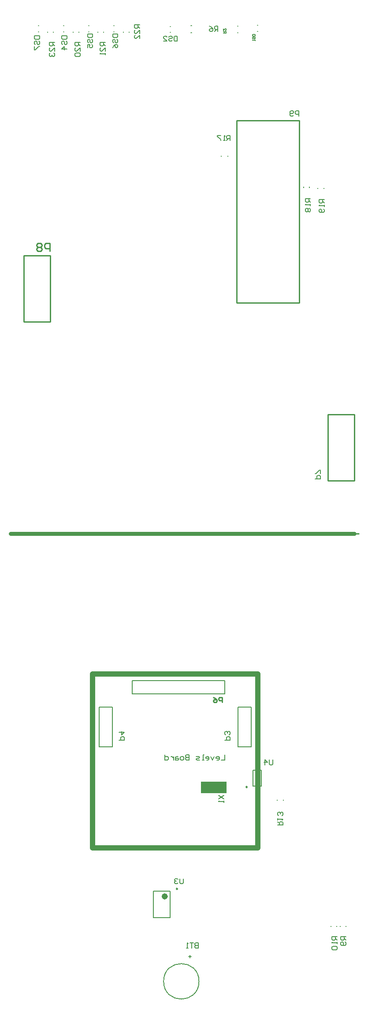
<source format=gbr>
G04 Layer_Color=32896*
%FSLAX26Y26*%
%MOIN*%
%TF.FileFunction,Legend,Bot*%
%TF.Part,Single*%
G01*
G75*
%TA.AperFunction,NonConductor*%
%ADD42C,0.007874*%
%ADD43C,0.009842*%
%ADD44C,0.023622*%
%ADD45C,0.030000*%
%ADD46C,0.039370*%
%ADD47C,0.010000*%
%ADD48C,0.005000*%
%ADD49R,0.196850X0.086614*%
D42*
X1173858Y-4580000D02*
G03*
X1173858Y-4580000I-133858J0D01*
G01*
X1113213Y2636488D02*
X1117150Y2636488D01*
X1113213Y2585307D02*
X1117150Y2585307D01*
X954032Y2631638D02*
X957969Y2631638D01*
X954032Y2586362D02*
X957969Y2586362D01*
X1095118Y-4392992D02*
X1114803Y-4392992D01*
X1104961Y-4402835D02*
X1104961Y-4383150D01*
X1766378Y-3211968D02*
X1766378Y-3208031D01*
X1813622Y-3211968D02*
X1813622Y-3208031D01*
X1583504Y-2984961D02*
X1646496Y-2984961D01*
X1583504Y-3105039D02*
X1646496Y-3105039D01*
X1646496Y-2984961D01*
X1583504Y-3105039D02*
X1583504Y-2984961D01*
X954039Y-4099717D02*
X954039Y-3898929D01*
X828055Y-4099717D02*
X828055Y-3898929D01*
X954039Y-3898929D01*
X828055Y-4099717D02*
X954039Y-4099717D01*
X1615551Y2641314D02*
X1619487Y2641314D01*
X1615551Y2596040D02*
X1619487Y2596040D01*
X668149Y-2408322D02*
X668149Y-2308322D01*
X668149Y-2408322D02*
X1368149Y-2408322D01*
X1368149Y-2308322D01*
X668149Y-2308322D02*
X1368149Y-2308322D01*
X1465549Y2634269D02*
X1469485Y2634269D01*
X1465549Y2583086D02*
X1469485Y2583086D01*
X1468149Y-2508322D02*
X1568149Y-2508322D01*
X1468149Y-2808322D02*
X1468149Y-2508322D01*
X1468149Y-2808322D02*
X1568149Y-2808322D01*
X1568149Y-2508322D01*
X418149Y-2508322D02*
X518149Y-2508322D01*
X418149Y-2808322D02*
X418149Y-2508322D01*
X418149Y-2808322D02*
X518149Y-2808322D01*
X518149Y-2508322D01*
X1393016Y1652251D02*
X1393016Y1656189D01*
X1341834Y1652251D02*
X1341834Y1656189D01*
X1963881Y1416031D02*
X1963881Y1419969D01*
X2007189Y1416031D02*
X2007189Y1419969D01*
X2119394Y1408157D02*
X2119394Y1412095D01*
X2072150Y1408157D02*
X2072150Y1412095D01*
X148032Y2592361D02*
X151968Y2592361D01*
X148032Y2637637D02*
X151968Y2637637D01*
X338032Y2592361D02*
X341968Y2592361D01*
X338032Y2637637D02*
X341968Y2637637D01*
X528032Y2592361D02*
X531968Y2592361D01*
X528032Y2637637D02*
X531968Y2637637D01*
X-41968Y2592363D02*
X-38032Y2592363D01*
X-41968Y2637639D02*
X-38032Y2637639D01*
X223346Y2588031D02*
X223346Y2591969D01*
X266654Y2588031D02*
X266654Y2591969D01*
X408346Y2588031D02*
X408346Y2591969D01*
X451654Y2588031D02*
X451654Y2591969D01*
X603346Y2588031D02*
X603346Y2591969D01*
X646654Y2588031D02*
X646654Y2591969D01*
X28346Y2588031D02*
X28346Y2591969D01*
X71654Y2588031D02*
X71654Y2591969D01*
X2172544Y-4166645D02*
X2172544Y-4162709D01*
X2215850Y-4166645D02*
X2215850Y-4162709D01*
X2286716Y-4166645D02*
X2286716Y-4162709D01*
X2243410Y-4166645D02*
X2243410Y-4162709D01*
X1317000Y2596000D02*
X1317000Y2635357D01*
X1297321Y2635357D01*
X1290762Y2628798D01*
X1290762Y2615679D01*
X1297321Y2609119D01*
X1317000Y2609119D01*
X1303881Y2609119D02*
X1290762Y2596000D01*
X1251404Y2635357D02*
X1264524Y2628798D01*
X1277643Y2615679D01*
X1277643Y2602560D01*
X1271083Y2596000D01*
X1257964Y2596000D01*
X1251404Y2602560D01*
X1251404Y2609119D01*
X1257964Y2615679D01*
X1277643Y2615679D01*
X1010000Y2559357D02*
X1010000Y2520000D01*
X990321Y2520000D01*
X983762Y2526560D01*
X983762Y2552798D01*
X990321Y2559357D01*
X1010000Y2559357D01*
X944404Y2552798D02*
X950964Y2559357D01*
X964083Y2559357D01*
X970643Y2552798D01*
X970643Y2546238D01*
X964083Y2539679D01*
X950964Y2539679D01*
X944404Y2533119D01*
X944404Y2526560D01*
X950964Y2520000D01*
X964083Y2520000D01*
X970643Y2526560D01*
X905047Y2520000D02*
X931285Y2520000D01*
X905047Y2546238D01*
X905047Y2552798D01*
X911606Y2559357D01*
X924726Y2559357D01*
X931285Y2552798D01*
X1169819Y-4288745D02*
X1169819Y-4328102D01*
X1150140Y-4328102D01*
X1143581Y-4321543D01*
X1143581Y-4314983D01*
X1150140Y-4308424D01*
X1169819Y-4308424D01*
X1150140Y-4308424D01*
X1143581Y-4301864D01*
X1143581Y-4295305D01*
X1150140Y-4288745D01*
X1169819Y-4288745D01*
X1130461Y-4288745D02*
X1104223Y-4288745D01*
X1117342Y-4288745D01*
X1117342Y-4328102D01*
X1091104Y-4328102D02*
X1077985Y-4328102D01*
X1084544Y-4328102D01*
X1084544Y-4288745D01*
X1091104Y-4295305D01*
X1323162Y-3176324D02*
X1362519Y-3202562D01*
X1323162Y-3202562D02*
X1362519Y-3176324D01*
X1362519Y-3215681D02*
X1362519Y-3228800D01*
X1362519Y-3222241D01*
X1323162Y-3222241D01*
X1329721Y-3215681D01*
X1770000Y-3400000D02*
X1809357Y-3400000D01*
X1809357Y-3380321D01*
X1802798Y-3373762D01*
X1789679Y-3373762D01*
X1783119Y-3380321D01*
X1783119Y-3400000D01*
X1783119Y-3386881D02*
X1770000Y-3373762D01*
X1770000Y-3360643D02*
X1770000Y-3347523D01*
X1770000Y-3354083D01*
X1809357Y-3354083D01*
X1802798Y-3360643D01*
X1802798Y-3327845D02*
X1809357Y-3321285D01*
X1809357Y-3308166D01*
X1802798Y-3301607D01*
X1796238Y-3301607D01*
X1789679Y-3308166D01*
X1789679Y-3314726D01*
X1789679Y-3308166D01*
X1783119Y-3301607D01*
X1776560Y-3301607D01*
X1770000Y-3308166D01*
X1770000Y-3321285D01*
X1776560Y-3327845D01*
X1731819Y-2905745D02*
X1731819Y-2938543D01*
X1725259Y-2945102D01*
X1712140Y-2945102D01*
X1705581Y-2938543D01*
X1705581Y-2905745D01*
X1672783Y-2945102D02*
X1672783Y-2905745D01*
X1692461Y-2925424D01*
X1666223Y-2925424D01*
X1055819Y-3803745D02*
X1055819Y-3836543D01*
X1049259Y-3843102D01*
X1036140Y-3843102D01*
X1029581Y-3836543D01*
X1029581Y-3803745D01*
X1016462Y-3810305D02*
X1009902Y-3803745D01*
X996783Y-3803745D01*
X990223Y-3810305D01*
X990223Y-3816864D01*
X996783Y-3823424D01*
X1003342Y-3823424D01*
X996783Y-3823424D01*
X990223Y-3829983D01*
X990223Y-3836543D01*
X996783Y-3843102D01*
X1009902Y-3843102D01*
X1016462Y-3836543D01*
X1368149Y-2758322D02*
X1407506Y-2758322D01*
X1407506Y-2738644D01*
X1400947Y-2732084D01*
X1387828Y-2732084D01*
X1381268Y-2738644D01*
X1381268Y-2758322D01*
X1400947Y-2718965D02*
X1407506Y-2712405D01*
X1407506Y-2699286D01*
X1400947Y-2692727D01*
X1394387Y-2692727D01*
X1387828Y-2699286D01*
X1387828Y-2705846D01*
X1387828Y-2699286D01*
X1381268Y-2692727D01*
X1374708Y-2692727D01*
X1368149Y-2699286D01*
X1368149Y-2712405D01*
X1374708Y-2718965D01*
X568149Y-2758322D02*
X607506Y-2758322D01*
X607506Y-2738644D01*
X600947Y-2732084D01*
X587827Y-2732084D01*
X581268Y-2738644D01*
X581268Y-2758322D01*
X568149Y-2699286D02*
X607506Y-2699286D01*
X587827Y-2718965D01*
X587827Y-2692727D01*
X1927819Y1954898D02*
X1927819Y1994255D01*
X1908140Y1994255D01*
X1901581Y1987695D01*
X1901581Y1974576D01*
X1908140Y1968017D01*
X1927819Y1968017D01*
X1888461Y1961457D02*
X1881902Y1954898D01*
X1868783Y1954898D01*
X1862223Y1961457D01*
X1862223Y1987695D01*
X1868783Y1994255D01*
X1881902Y1994255D01*
X1888461Y1987695D01*
X1888461Y1981136D01*
X1881902Y1974576D01*
X1862223Y1974576D01*
X1409819Y1769898D02*
X1409819Y1809255D01*
X1390140Y1809255D01*
X1383581Y1802695D01*
X1383581Y1789576D01*
X1390140Y1783017D01*
X1409819Y1783017D01*
X1396700Y1783017D02*
X1383581Y1769898D01*
X1370461Y1769898D02*
X1357342Y1769898D01*
X1363902Y1769898D01*
X1363902Y1809255D01*
X1370461Y1802695D01*
X1337664Y1809255D02*
X1311426Y1809255D01*
X1311426Y1802695D01*
X1337664Y1776457D01*
X1337664Y1769898D01*
X2017031Y1331386D02*
X1977674Y1331386D01*
X1977674Y1311707D01*
X1984234Y1305148D01*
X1997353Y1305148D01*
X2003912Y1311707D01*
X2003912Y1331386D01*
X2003912Y1318267D02*
X2017031Y1305148D01*
X2017031Y1292028D02*
X2017031Y1278909D01*
X2017031Y1285469D01*
X1977674Y1285469D01*
X1984234Y1292028D01*
X1984234Y1259231D02*
X1977674Y1252671D01*
X1977674Y1239552D01*
X1984234Y1232992D01*
X1990793Y1232992D01*
X1997353Y1239552D01*
X2003912Y1232992D01*
X2010472Y1232992D01*
X2017031Y1239552D01*
X2017031Y1252671D01*
X2010472Y1259231D01*
X2003912Y1259231D01*
X1997353Y1252671D01*
X1990793Y1259231D01*
X1984234Y1259231D01*
X1997353Y1252671D02*
X1997353Y1239552D01*
X2120772Y1325126D02*
X2081414Y1325126D01*
X2081414Y1305447D01*
X2087974Y1298888D01*
X2101093Y1298888D01*
X2107653Y1305447D01*
X2107653Y1325126D01*
X2107653Y1312007D02*
X2120772Y1298888D01*
X2120772Y1285769D02*
X2120772Y1272649D01*
X2120772Y1279209D01*
X2081414Y1279209D01*
X2087974Y1285769D01*
X2114212Y1252971D02*
X2120772Y1246411D01*
X2120772Y1233292D01*
X2114212Y1226733D01*
X2087974Y1226733D01*
X2081414Y1233292D01*
X2081414Y1246411D01*
X2087974Y1252971D01*
X2094534Y1252971D01*
X2101093Y1246411D01*
X2101093Y1226733D01*
X135643Y2560000D02*
X175000Y2560000D01*
X175000Y2540321D01*
X168440Y2533762D01*
X142202Y2533762D01*
X135643Y2540321D01*
X135643Y2560000D01*
X142202Y2494404D02*
X135643Y2500964D01*
X135643Y2514083D01*
X142202Y2520643D01*
X148762Y2520643D01*
X155321Y2514083D01*
X155321Y2500964D01*
X161881Y2494404D01*
X168440Y2494404D01*
X175000Y2500964D01*
X175000Y2514083D01*
X168440Y2520643D01*
X175000Y2461606D02*
X135643Y2461606D01*
X155321Y2481285D01*
X155321Y2455047D01*
X330643Y2575000D02*
X370000Y2575000D01*
X370000Y2555321D01*
X363440Y2548762D01*
X337202Y2548762D01*
X330643Y2555321D01*
X330643Y2575000D01*
X337202Y2509404D02*
X330643Y2515964D01*
X330643Y2529083D01*
X337202Y2535643D01*
X343762Y2535643D01*
X350321Y2529083D01*
X350321Y2515964D01*
X356881Y2509404D01*
X363440Y2509404D01*
X370000Y2515964D01*
X370000Y2529083D01*
X363440Y2535643D01*
X330643Y2470047D02*
X330643Y2496285D01*
X350321Y2496285D01*
X343762Y2483166D01*
X343762Y2476606D01*
X350321Y2470047D01*
X363440Y2470047D01*
X370000Y2476606D01*
X370000Y2489726D01*
X363440Y2496285D01*
X520643Y2575000D02*
X560000Y2575000D01*
X560000Y2555321D01*
X553440Y2548762D01*
X527202Y2548762D01*
X520643Y2555321D01*
X520643Y2575000D01*
X527202Y2509404D02*
X520643Y2515964D01*
X520643Y2529083D01*
X527202Y2535643D01*
X533762Y2535643D01*
X540321Y2529083D01*
X540321Y2515964D01*
X546881Y2509404D01*
X553440Y2509404D01*
X560000Y2515964D01*
X560000Y2529083D01*
X553440Y2535643D01*
X520643Y2470047D02*
X527202Y2483166D01*
X540321Y2496285D01*
X553440Y2496285D01*
X560000Y2489726D01*
X560000Y2476606D01*
X553440Y2470047D01*
X546881Y2470047D01*
X540321Y2476606D01*
X540321Y2496285D01*
X-71483Y2559882D02*
X-32126Y2559882D01*
X-32126Y2540203D01*
X-38686Y2533644D01*
X-64924Y2533644D01*
X-71483Y2540203D01*
X-71483Y2559882D01*
X-64924Y2494286D02*
X-71483Y2500846D01*
X-71483Y2513965D01*
X-64924Y2520524D01*
X-58364Y2520524D01*
X-51805Y2513965D01*
X-51805Y2500846D01*
X-45245Y2494286D01*
X-38686Y2494286D01*
X-32126Y2500846D01*
X-32126Y2513965D01*
X-38686Y2520524D01*
X-71483Y2481167D02*
X-71483Y2454929D01*
X-64924Y2454929D01*
X-38686Y2481167D01*
X-32126Y2481167D01*
X275000Y2511260D02*
X235643Y2511260D01*
X235643Y2491581D01*
X242202Y2485022D01*
X255321Y2485022D01*
X261881Y2491581D01*
X261881Y2511260D01*
X261881Y2498141D02*
X275000Y2485022D01*
X275000Y2445664D02*
X275000Y2471902D01*
X248762Y2445664D01*
X242202Y2445664D01*
X235643Y2452224D01*
X235643Y2465343D01*
X242202Y2471902D01*
X242202Y2432545D02*
X235643Y2425985D01*
X235643Y2412866D01*
X242202Y2406307D01*
X268440Y2406307D01*
X275000Y2412866D01*
X275000Y2425985D01*
X268440Y2432545D01*
X242202Y2432545D01*
X465614Y2511260D02*
X426257Y2511260D01*
X426257Y2491581D01*
X432816Y2485022D01*
X445935Y2485022D01*
X452495Y2491581D01*
X452495Y2511260D01*
X452495Y2498141D02*
X465614Y2485022D01*
X465614Y2445664D02*
X465614Y2471903D01*
X439376Y2445664D01*
X432816Y2445664D01*
X426257Y2452224D01*
X426257Y2465343D01*
X432816Y2471903D01*
X465614Y2432545D02*
X465614Y2419426D01*
X465614Y2425985D01*
X426257Y2425985D01*
X432816Y2432545D01*
X725000Y2645000D02*
X685643Y2645000D01*
X685643Y2625321D01*
X692202Y2618762D01*
X705321Y2618762D01*
X711881Y2625321D01*
X711881Y2645000D01*
X711881Y2631881D02*
X725000Y2618762D01*
X725000Y2579404D02*
X725000Y2605643D01*
X698762Y2579404D01*
X692202Y2579404D01*
X685643Y2585964D01*
X685643Y2599083D01*
X692202Y2605643D01*
X725000Y2540047D02*
X725000Y2566285D01*
X698762Y2540047D01*
X692202Y2540047D01*
X685643Y2546606D01*
X685643Y2559726D01*
X692202Y2566285D01*
X81496Y2511260D02*
X42139Y2511260D01*
X42139Y2491581D01*
X48698Y2485022D01*
X61817Y2485022D01*
X68377Y2491581D01*
X68377Y2511260D01*
X68377Y2498141D02*
X81496Y2485022D01*
X81496Y2445664D02*
X81496Y2471903D01*
X55258Y2445664D01*
X48698Y2445664D01*
X42139Y2452224D01*
X42139Y2465343D01*
X48698Y2471903D01*
X48698Y2432545D02*
X42139Y2425985D01*
X42139Y2412866D01*
X48698Y2406307D01*
X55258Y2406307D01*
X61817Y2412866D01*
X61817Y2419426D01*
X61817Y2412866D01*
X68377Y2406307D01*
X74936Y2406307D01*
X81496Y2412866D01*
X81496Y2425985D01*
X74936Y2432545D01*
X2053000Y-784000D02*
X2092357Y-784000D01*
X2092357Y-764321D01*
X2085798Y-757762D01*
X2072679Y-757762D01*
X2066119Y-764321D01*
X2066119Y-784000D01*
X2092357Y-744643D02*
X2092357Y-718404D01*
X2085798Y-718404D01*
X2059560Y-744643D01*
X2053000Y-744643D01*
X2217819Y-4243417D02*
X2178462Y-4243417D01*
X2178462Y-4263096D01*
X2185021Y-4269656D01*
X2198140Y-4269656D01*
X2204700Y-4263096D01*
X2204700Y-4243417D01*
X2204700Y-4256537D02*
X2217819Y-4269656D01*
X2217819Y-4282775D02*
X2217819Y-4295894D01*
X2217819Y-4289334D01*
X2178462Y-4289334D01*
X2185021Y-4282775D01*
X2185021Y-4315573D02*
X2178462Y-4322132D01*
X2178462Y-4335251D01*
X2185021Y-4341811D01*
X2211259Y-4341811D01*
X2217819Y-4335251D01*
X2217819Y-4322132D01*
X2211259Y-4315573D01*
X2185021Y-4315573D01*
X2284748Y-4243417D02*
X2245391Y-4243417D01*
X2245391Y-4263096D01*
X2251950Y-4269655D01*
X2265069Y-4269655D01*
X2271629Y-4263096D01*
X2271629Y-4243417D01*
X2271629Y-4256536D02*
X2284748Y-4269655D01*
X2278188Y-4282775D02*
X2284748Y-4289334D01*
X2284748Y-4302453D01*
X2278188Y-4309013D01*
X2251950Y-4309013D01*
X2245391Y-4302453D01*
X2245391Y-4289334D01*
X2251950Y-4282775D01*
X2258510Y-4282775D01*
X2265069Y-4289334D01*
X2265069Y-4309013D01*
X1368149Y-2868965D02*
X1368149Y-2908322D01*
X1341911Y-2908322D01*
X1309113Y-2908322D02*
X1322232Y-2908322D01*
X1328791Y-2901763D01*
X1328791Y-2888644D01*
X1322232Y-2882084D01*
X1309113Y-2882084D01*
X1302553Y-2888644D01*
X1302553Y-2895203D01*
X1328791Y-2895203D01*
X1289434Y-2882084D02*
X1276315Y-2908322D01*
X1263196Y-2882084D01*
X1230398Y-2908322D02*
X1243517Y-2908322D01*
X1250077Y-2901763D01*
X1250077Y-2888644D01*
X1243517Y-2882084D01*
X1230398Y-2882084D01*
X1223838Y-2888644D01*
X1223838Y-2895203D01*
X1250077Y-2895203D01*
X1210719Y-2908322D02*
X1197600Y-2908322D01*
X1204160Y-2908322D01*
X1204160Y-2868965D01*
X1210719Y-2868965D01*
X1177921Y-2908322D02*
X1158243Y-2908322D01*
X1151683Y-2901763D01*
X1158243Y-2895203D01*
X1171362Y-2895203D01*
X1177921Y-2888644D01*
X1171362Y-2882084D01*
X1151683Y-2882084D01*
X1099207Y-2868965D02*
X1099207Y-2908322D01*
X1079528Y-2908322D01*
X1072968Y-2901763D01*
X1072968Y-2895203D01*
X1079528Y-2888644D01*
X1099207Y-2888644D01*
X1079528Y-2888644D01*
X1072968Y-2882084D01*
X1072968Y-2875524D01*
X1079528Y-2868965D01*
X1099207Y-2868965D01*
X1053290Y-2908322D02*
X1040170Y-2908322D01*
X1033611Y-2901763D01*
X1033611Y-2888644D01*
X1040170Y-2882084D01*
X1053290Y-2882084D01*
X1059849Y-2888644D01*
X1059849Y-2901763D01*
X1053290Y-2908322D01*
X1013932Y-2882084D02*
X1000813Y-2882084D01*
X994254Y-2888644D01*
X994254Y-2908322D01*
X1013932Y-2908322D01*
X1020492Y-2901763D01*
X1013932Y-2895203D01*
X994254Y-2895203D01*
X981134Y-2882084D02*
X981134Y-2908322D01*
X981134Y-2895203D01*
X974575Y-2888644D01*
X968015Y-2882084D01*
X961456Y-2882084D01*
X915539Y-2868965D02*
X915539Y-2908322D01*
X935217Y-2908322D01*
X941777Y-2901763D01*
X941777Y-2888644D01*
X935217Y-2882084D01*
X915539Y-2882084D01*
D43*
X1539213Y-3111929D02*
G03*
X1539213Y-3111929I-4921J0D01*
G01*
X1011126Y-3881213D02*
G03*
X1011126Y-3881213I-4921J0D01*
G01*
D44*
X926480Y-3938299D02*
G03*
X926480Y-3938299I-11811J0D01*
G01*
D45*
X-250000Y-1200000D02*
X2350000Y-1200000D01*
D46*
X368149Y-2258322D02*
X1618149Y-2258322D01*
X1618149Y-3572732D02*
X1618149Y-2258322D01*
X368149Y-3572732D02*
X368149Y-2258322D01*
X368149Y-3572732D02*
X1618149Y-3572732D01*
D47*
X-245165Y-1200000D02*
X-93385Y-1200000D01*
X2228646Y-1199590D02*
X2380425Y-1199590D01*
X1457797Y543984D02*
X1930597Y543984D01*
X1457797Y543984D02*
X1457797Y1921938D01*
X1930597Y1921938D01*
X1930597Y543984D02*
X1930597Y1921938D01*
X2150000Y-300000D02*
X2350000Y-300000D01*
X2350000Y-800000D02*
X2350000Y-300000D01*
X2150000Y-800000D02*
X2350000Y-800000D01*
X2150000Y-800000D02*
X2150000Y-300000D01*
X-150000Y900000D02*
X50000Y900000D01*
X50000Y400000D02*
X50000Y900000D01*
X-150000Y400000D02*
X50000Y400000D01*
X-150000Y400000D02*
X-150000Y900000D01*
X1348149Y-2473322D02*
X1348149Y-2433965D01*
X1328470Y-2433965D01*
X1321911Y-2440524D01*
X1321911Y-2453644D01*
X1328470Y-2460203D01*
X1348149Y-2460203D01*
X1282553Y-2433965D02*
X1295672Y-2440524D01*
X1308791Y-2453644D01*
X1308791Y-2466763D01*
X1302232Y-2473322D01*
X1289113Y-2473322D01*
X1282553Y-2466763D01*
X1282553Y-2460203D01*
X1289113Y-2453644D01*
X1308791Y-2453644D01*
X44819Y934898D02*
X44819Y994878D01*
X14829Y994878D01*
X4832Y984881D01*
X4832Y964888D01*
X14829Y954891D01*
X44819Y954891D01*
X-15162Y984881D02*
X-25159Y994878D01*
X-45152Y994878D01*
X-55149Y984881D01*
X-55149Y974885D01*
X-45152Y964888D01*
X-55149Y954891D01*
X-55149Y944894D01*
X-45152Y934898D01*
X-25159Y934898D01*
X-15162Y944894D01*
X-15162Y954891D01*
X-25159Y964888D01*
X-15162Y974885D01*
X-15162Y984881D01*
X-25159Y964888D02*
X-45152Y964888D01*
D48*
X1578156Y2571432D02*
X1597834Y2571432D01*
X1597834Y2561593D01*
X1594554Y2558313D01*
X1581435Y2558313D01*
X1578156Y2561593D01*
X1578156Y2571432D01*
X1581435Y2538635D02*
X1578156Y2541914D01*
X1578156Y2548474D01*
X1581435Y2551754D01*
X1584715Y2551754D01*
X1587995Y2548474D01*
X1587995Y2541914D01*
X1591275Y2538635D01*
X1594554Y2538635D01*
X1597834Y2541914D01*
X1597834Y2548474D01*
X1594554Y2551754D01*
X1597834Y2532075D02*
X1597834Y2525516D01*
X1597834Y2528795D01*
X1578156Y2528795D01*
X1581435Y2532075D01*
X1357653Y2580873D02*
X1377332Y2580873D01*
X1377332Y2590713D01*
X1374052Y2593992D01*
X1367492Y2593992D01*
X1364212Y2590713D01*
X1364212Y2580873D01*
X1364212Y2587433D02*
X1357653Y2593992D01*
X1357653Y2613671D02*
X1357653Y2600552D01*
X1370772Y2613671D01*
X1374052Y2613671D01*
X1377332Y2610391D01*
X1377332Y2603832D01*
X1374052Y2600552D01*
D49*
X1286852Y-3116325D02*
D03*
%TF.MD5,6c89992d48ccc9992672f0df294b133e*%
M02*

</source>
